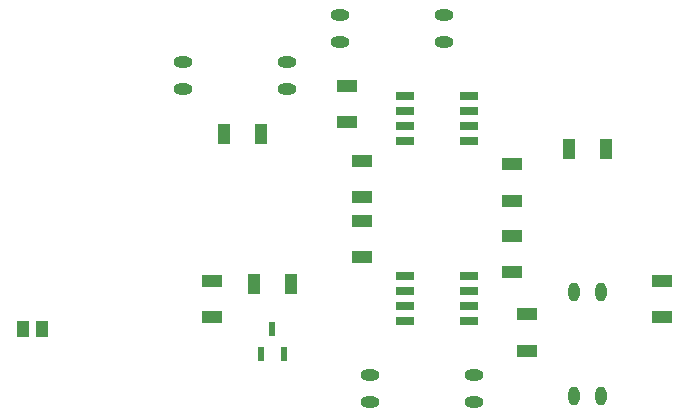
<source format=gbr>
%TF.GenerationSoftware,KiCad,Pcbnew,7.0.2*%
%TF.CreationDate,2023-06-01T11:44:41+02:00*%
%TF.ProjectId,AMS & IMD Reset,414d5320-2620-4494-9d44-205265736574,rev?*%
%TF.SameCoordinates,Original*%
%TF.FileFunction,Paste,Top*%
%TF.FilePolarity,Positive*%
%FSLAX46Y46*%
G04 Gerber Fmt 4.6, Leading zero omitted, Abs format (unit mm)*
G04 Created by KiCad (PCBNEW 7.0.2) date 2023-06-01 11:44:41*
%MOMM*%
%LPD*%
G01*
G04 APERTURE LIST*
%ADD10R,1.050000X1.800000*%
%ADD11O,1.600000X0.950000*%
%ADD12R,1.800000X1.050000*%
%ADD13R,1.070000X1.470000*%
%ADD14R,1.528000X0.650000*%
%ADD15R,0.600000X1.300000*%
%ADD16O,0.950000X1.600000*%
G04 APERTURE END LIST*
D10*
%TO.C,R15*%
X168630000Y-94970000D03*
X171730000Y-94970000D03*
%TD*%
D11*
%TO.C,K6*%
X158070000Y-85953000D03*
X158070000Y-83667000D03*
X149270000Y-83667000D03*
X149270000Y-85953000D03*
%TD*%
D12*
%TO.C,R3*%
X138430000Y-109220000D03*
X138430000Y-106120000D03*
%TD*%
%TO.C,R7*%
X151130000Y-99060000D03*
X151130000Y-95960000D03*
%TD*%
D11*
%TO.C,K5*%
X160610000Y-116433000D03*
X160610000Y-114147000D03*
X151810000Y-114147000D03*
X151810000Y-116433000D03*
%TD*%
D13*
%TO.C,C2*%
X122370000Y-110210000D03*
X124010000Y-110210000D03*
%TD*%
D14*
%TO.C,CP1*%
X154769000Y-105765000D03*
X154769000Y-107035000D03*
X154769000Y-108305000D03*
X154769000Y-109575000D03*
X160191000Y-109575000D03*
X160191000Y-108305000D03*
X160191000Y-107035000D03*
X160191000Y-105765000D03*
%TD*%
D12*
%TO.C,R9*%
X165100000Y-112040000D03*
X165100000Y-108940000D03*
%TD*%
D14*
%TO.C,CP2*%
X154769000Y-90525000D03*
X154769000Y-91795000D03*
X154769000Y-93065000D03*
X154769000Y-94335000D03*
X160191000Y-94335000D03*
X160191000Y-93065000D03*
X160191000Y-91795000D03*
X160191000Y-90525000D03*
%TD*%
D12*
%TO.C,R6*%
X163830000Y-105410000D03*
X163830000Y-102310000D03*
%TD*%
%TO.C,R14*%
X149860000Y-89610000D03*
X149860000Y-92710000D03*
%TD*%
%TO.C,R8*%
X151130000Y-104140000D03*
X151130000Y-101040000D03*
%TD*%
D10*
%TO.C,R4*%
X141960000Y-106400000D03*
X145060000Y-106400000D03*
%TD*%
D11*
%TO.C,K1*%
X144780000Y-89890000D03*
X144780000Y-87604000D03*
X135980000Y-87604000D03*
X135980000Y-89890000D03*
%TD*%
D12*
%TO.C,R2*%
X176530000Y-106120000D03*
X176530000Y-109220000D03*
%TD*%
D15*
%TO.C,Q1*%
X142560000Y-112310000D03*
X144460000Y-112310000D03*
X143510000Y-110210000D03*
%TD*%
D12*
%TO.C,R5*%
X163830000Y-99340000D03*
X163830000Y-96240000D03*
%TD*%
D10*
%TO.C,R1*%
X139420000Y-93700000D03*
X142520000Y-93700000D03*
%TD*%
D16*
%TO.C,K4*%
X171323000Y-107080000D03*
X169037000Y-107080000D03*
X169037000Y-115880000D03*
X171323000Y-115880000D03*
%TD*%
M02*

</source>
